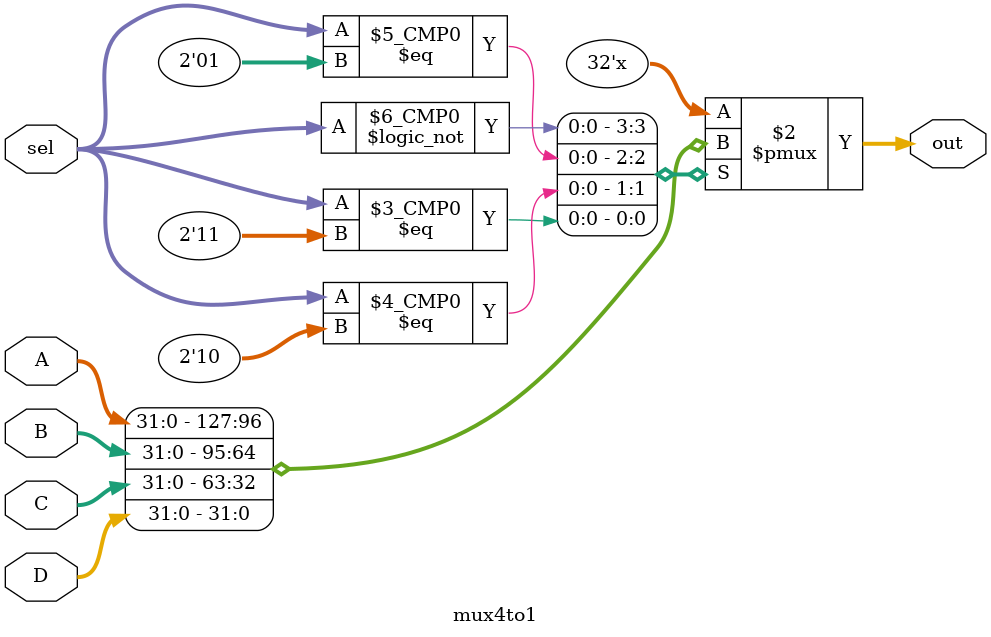
<source format=v>
module mux4to1 (
    input [1:0] sel,
    input [31:0] A,
    input [31:0] B,
    input [31:0] C,
    input [31:0] D,
    output reg [31:0] out
);

always @(*)begin
    case (sel)
        0: out = A;
        1: out = B;
        2: out = C;
        3: out = D;
        default: out = A;
    endcase

end
    
endmodule

</source>
